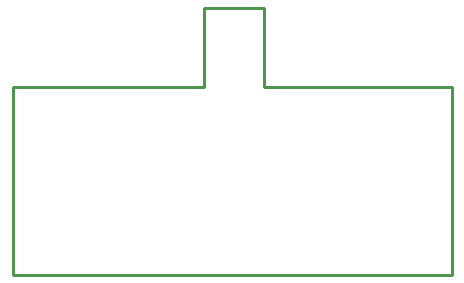
<source format=gm1>
G04*
G04 #@! TF.GenerationSoftware,Altium Limited,Altium Designer,18.1.9 (240)*
G04*
G04 Layer_Color=16711935*
%FSLAX24Y24*%
%MOIN*%
G70*
G01*
G75*
%ADD43C,0.0100*%
D43*
X50400Y32800D02*
Y39050D01*
X44150D02*
X50400D01*
X44150D02*
Y41700D01*
X42150D02*
X44150D01*
X42150Y39050D02*
Y41700D01*
X35767Y39050D02*
X42150D01*
X35767Y32800D02*
X50400D01*
X35767D02*
Y39050D01*
M02*

</source>
